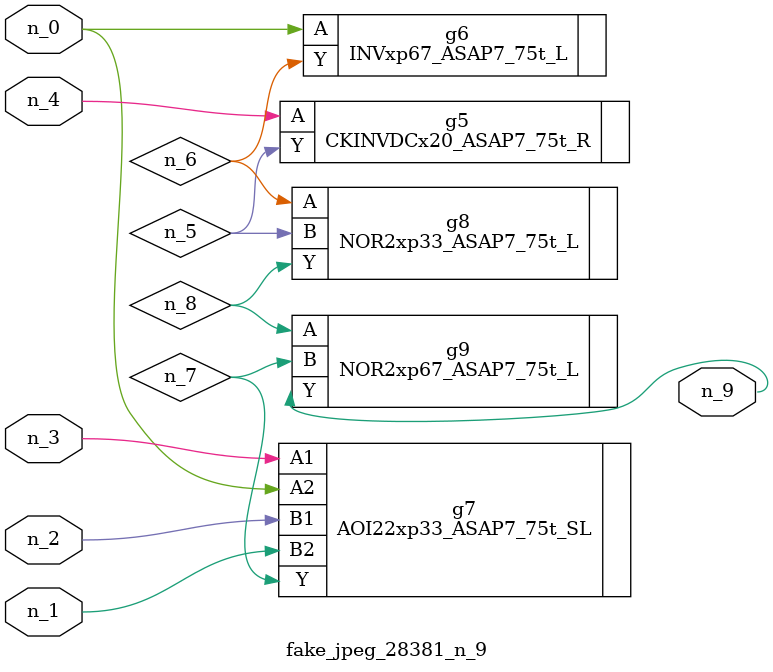
<source format=v>
module fake_jpeg_28381_n_9 (n_3, n_2, n_1, n_0, n_4, n_9);

input n_3;
input n_2;
input n_1;
input n_0;
input n_4;

output n_9;

wire n_8;
wire n_6;
wire n_5;
wire n_7;

CKINVDCx20_ASAP7_75t_R g5 ( 
.A(n_4),
.Y(n_5)
);

INVxp67_ASAP7_75t_L g6 ( 
.A(n_0),
.Y(n_6)
);

AOI22xp33_ASAP7_75t_SL g7 ( 
.A1(n_3),
.A2(n_0),
.B1(n_2),
.B2(n_1),
.Y(n_7)
);

NOR2xp33_ASAP7_75t_L g8 ( 
.A(n_6),
.B(n_5),
.Y(n_8)
);

NOR2xp67_ASAP7_75t_L g9 ( 
.A(n_8),
.B(n_7),
.Y(n_9)
);


endmodule
</source>
